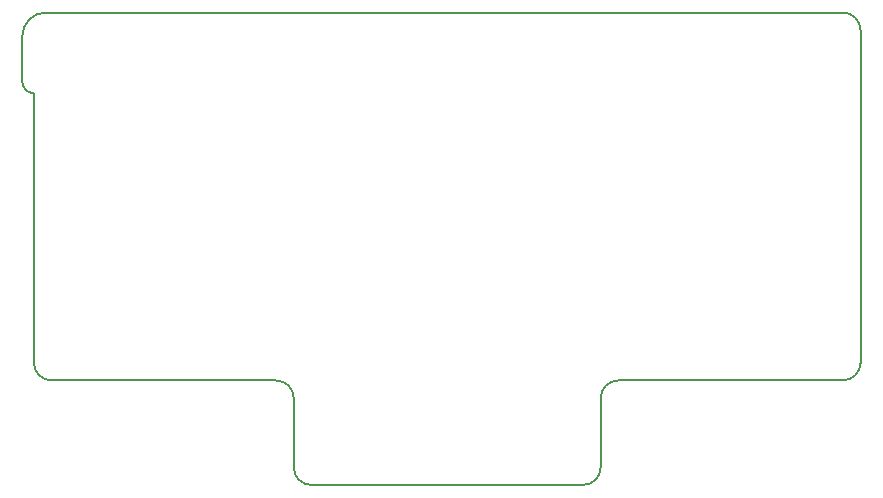
<source format=gbr>
%TF.GenerationSoftware,KiCad,Pcbnew,8.0.4*%
%TF.CreationDate,2024-08-10T15:07:54-04:00*%
%TF.ProjectId,sp-slab-osh,73702d73-6c61-4622-9d6f-73682e6b6963,rev?*%
%TF.SameCoordinates,Original*%
%TF.FileFunction,Profile,NP*%
%FSLAX46Y46*%
G04 Gerber Fmt 4.6, Leading zero omitted, Abs format (unit mm)*
G04 Created by KiCad (PCBNEW 8.0.4) date 2024-08-10 15:07:54*
%MOMM*%
%LPD*%
G01*
G04 APERTURE LIST*
%TA.AperFunction,Profile*%
%ADD10C,0.200000*%
%TD*%
G04 APERTURE END LIST*
D10*
X128390000Y-67580000D02*
X128390000Y-95730000D01*
X78890000Y-97230000D02*
G75*
G02*
X80390000Y-98730000I0J-1500000D01*
G01*
X128390000Y-95730000D02*
G75*
G02*
X126890000Y-97230000I-1500000J0D01*
G01*
X106390000Y-98730000D02*
X106390000Y-104580000D01*
X57408000Y-71913830D02*
X57408000Y-68080000D01*
X104890000Y-106080000D02*
X81890000Y-106080000D01*
X58390000Y-72913670D02*
G75*
G02*
X57407968Y-71913830I18000J999870D01*
G01*
X106390000Y-104580000D02*
G75*
G02*
X104890000Y-106080000I-1500000J0D01*
G01*
X80390000Y-104580000D02*
X80390000Y-98730000D01*
X81890000Y-106080000D02*
G75*
G02*
X80390000Y-104580000I0J1500000D01*
G01*
X78890000Y-97230000D02*
X59890000Y-97230000D01*
X58390000Y-95730000D02*
X58390000Y-72913670D01*
X126890000Y-66080000D02*
G75*
G02*
X128390000Y-67580000I0J-1500000D01*
G01*
X59408000Y-66080000D02*
X126890000Y-66080000D01*
X57408000Y-68080000D02*
G75*
G02*
X59408000Y-66080000I2000000J0D01*
G01*
X106390000Y-98730000D02*
G75*
G02*
X107890000Y-97230000I1500000J0D01*
G01*
X126890000Y-97230000D02*
X107890000Y-97230000D01*
X59890000Y-97230000D02*
G75*
G02*
X58390000Y-95730000I0J1500000D01*
G01*
M02*

</source>
